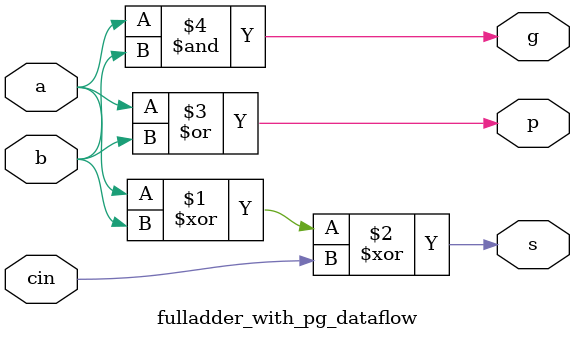
<source format=v>
`timescale 1ns / 1ps

module fulladder_with_pg_dataflow(
    input a,
    input b,
    input cin,
    output p,
    output g,
    output s
    );
        
	assign s = a ^ b ^ cin;
	assign p = a | b;
	assign g = a & b;

endmodule
</source>
